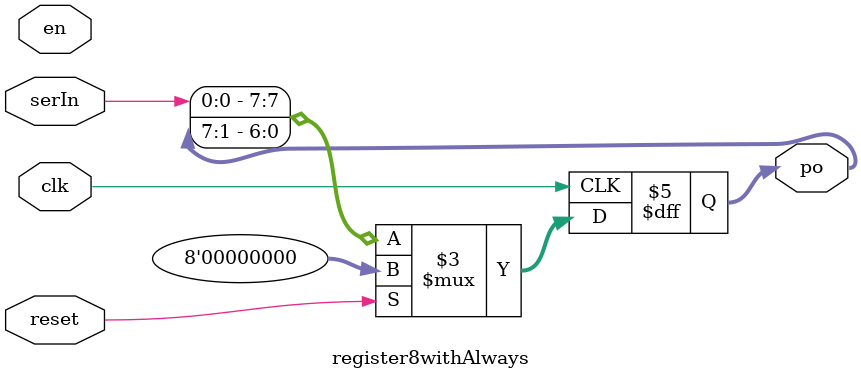
<source format=sv>
`timescale 1ns/1ns
module mux2_to_1 (input a,b,s,en,output w);
	wire i,j;
	notif1 #(14,18,16) n1(i,a,j);
	notif1 #(14,18,16) n2(i,b,s);
	not #(7,9) n3(j,s);
	notif1 #(14,18,16) n4(w,i,en);
endmodule
module D_latch(input d,clk,en,output q);
	mux2_to_1 mx(q,d,clk,en,q);
endmodule
module ms_DFF(input d,clk,reset,en,output q);
	wire i,j,k,d2,q1;
	not #(7,9) n1(i,reset);
	not #(7,9) n2(j,clk);
	nand #(14,10) o1(k,i,q1);
	not #(7,9) n3(d2,k);
	D_latch dl1(d,clk,en,q1);
	D_latch dl2(d2,j,en,q);
endmodule
module register8withMSDFF(input serIn,clk,reset,en,output [7:0] po);
	wire [8:0] d;
	assign d[8]=serIn;
	genvar k;
	generate
		for(k=8;k>0;k=k-1) begin : registerGates
			ms_DFF dd(d[k],clk,reset,en,d[k-1]);
		end
	endgenerate
	assign po=d[7:0];
endmodule
module register8withAlways(input serIn,clk,reset,en,output logic [7:0] po);
	always @(posedge clk) begin
		if(reset)
			#50 po<=8'b0;
		else 
			#50 po<={serIn,po[7:1]};
	end
endmodule


</source>
